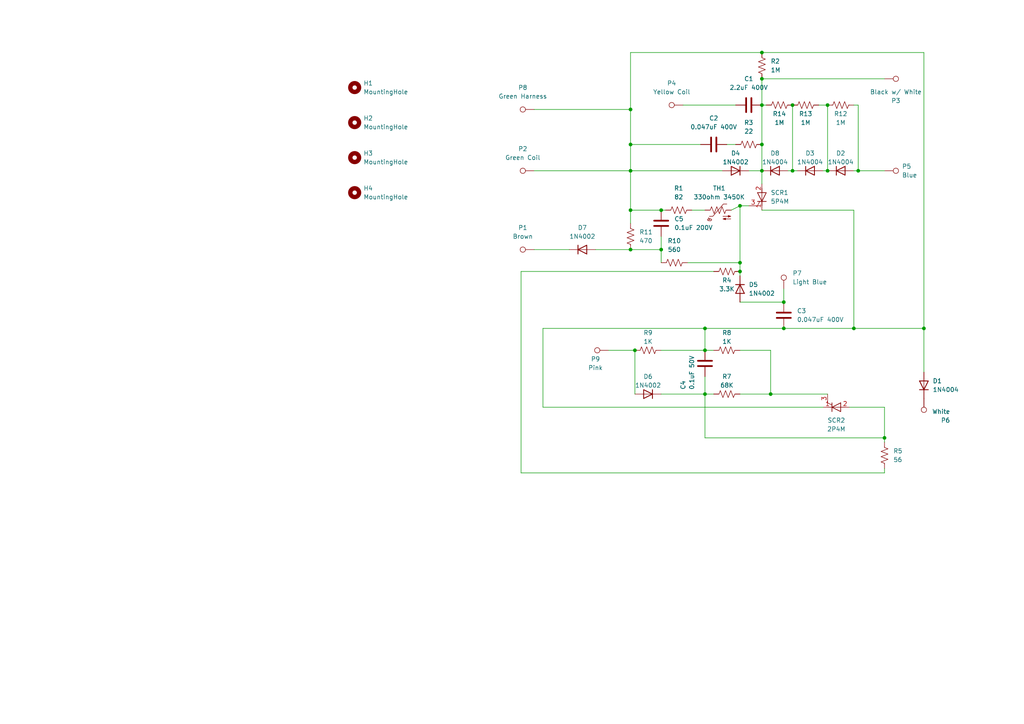
<source format=kicad_sch>
(kicad_sch (version 20211123) (generator eeschema)
  (paper "A4")
  (lib_symbols
    (symbol "Connector:TestPoint" (pin_numbers hide) (pin_names (offset 0.762) hide)
      (property "Reference" "TP" (at 0 6.858 0))
      (property "Value" "TestPoint" (at 0 5.08 0))
      (symbol "TestPoint_0_1"
        (circle (center 0 3.302) (radius 0.762))
      )
      (symbol "TestPoint_1_1"
        (pin passive line (at 0 0 90) (length 2.54) (name "1") (number "1"))
      )
    )
    (symbol "Device:C" (pin_numbers hide) (pin_names (offset 0.254))
      (property "Reference" "C" (at 0.635 2.54 0))
      (property "Value" "C" (at 0.635 -2.54 0))
      (symbol "C_0_1"
        (polyline (pts (xy -2.032 -0.762) (xy 2.032 -0.762)) (stroke (width 0.508)))
        (polyline (pts (xy -2.032 0.762) (xy 2.032 0.762)) (stroke (width 0.508)))
      )
      (symbol "C_1_1"
        (pin passive line (at 0 3.81 270) (length 2.794) (name "~") (number "1"))
        (pin passive line (at 0 -3.81 90) (length 2.794) (name "~") (number "2"))
      )
    )
    (symbol "Device:Q_SCR_KAG" (pin_names (offset 0) hide)
      (property "Reference" "D" (at 1.905 0.635 0))
      (property "Value" "Q_SCR_KAG" (at 1.905 -1.27 0))
      (symbol "Q_SCR_KAG_0_1"
        (polyline (pts (xy -1.27 -2.54) (xy -0.635 -1.27)))
        (polyline (pts (xy -1.27 -1.27) (xy 1.27 -1.27)) (stroke (width 0.2032)))
        (polyline (pts (xy 0 -2.54) (xy 0 2.54)))
        (polyline (pts (xy -1.27 1.27) (xy 1.27 1.27) (xy 0 -1.27) (xy -1.27 1.27)) (stroke (width 0.2032)))
      )
      (symbol "Q_SCR_KAG_1_1"
        (pin passive line (at 0 -3.81 90) (length 2.54) (name "K") (number "1"))
        (pin passive line (at 0 3.81 270) (length 2.54) (name "A") (number "2"))
        (pin input line (at -3.81 -2.54 0) (length 2.54) (name "G") (number "3"))
      )
    )
    (symbol "Device:R_US" (pin_numbers hide) (pin_names (offset 0))
      (property "Reference" "R" (at 2.54 0 90))
      (property "Value" "R_US" (at -2.54 0 90))
      (symbol "R_US_0_1"
        (polyline (pts (xy 0 -2.286) (xy 0 -2.54)))
        (polyline (pts (xy 0 2.286) (xy 0 2.54)))
        (polyline (pts (xy 0 -0.762) (xy 1.016 -1.143) (xy 0 -1.524) (xy -1.016 -1.905) (xy 0 -2.286)))
        (polyline (pts (xy 0 0.762) (xy 1.016 0.381) (xy 0 0) (xy -1.016 -0.381) (xy 0 -0.762)))
        (polyline (pts (xy 0 2.286) (xy 1.016 1.905) (xy 0 1.524) (xy -1.016 1.143) (xy 0 0.762)))
      )
      (symbol "R_US_1_1"
        (pin passive line (at 0 3.81 270) (length 1.27) (name "~") (number "1"))
        (pin passive line (at 0 -3.81 90) (length 1.27) (name "~") (number "2"))
      )
    )
    (symbol "Device:Thermistor_NTC_US" (pin_numbers hide) (pin_names (offset 0))
      (property "Reference" "TH" (at -4.445 0 90))
      (property "Value" "Thermistor_NTC_US" (at 3.175 0 90))
      (symbol "Thermistor_NTC_US_0_1"
        (arc (start -3.048 2.159) (mid -3.0495 2.3143) (end -3.175 2.413))
        (arc (start -3.048 2.159) (mid -2.9736 1.9794) (end -2.794 1.905))
        (arc (start -3.048 2.794) (mid -2.9736 2.6144) (end -2.794 2.54))
        (arc (start -2.794 1.905) (mid -2.6144 1.9794) (end -2.54 2.159))
        (arc (start -2.794 2.54) (mid -2.4393 2.5587) (end -2.159 2.794))
        (arc (start -2.794 3.048) (mid -2.9736 2.9736) (end -3.048 2.794))
        (arc (start -2.54 2.794) (mid -2.6144 2.9736) (end -2.794 3.048))
        (polyline (pts (xy -2.54 2.159) (xy -2.54 2.794)))
        (polyline (pts (xy 0 -2.286) (xy 0 -2.54)))
        (polyline (pts (xy 0 2.286) (xy 0 2.54)))
        (polyline (pts (xy -1.778 2.54) (xy -1.778 1.524) (xy 1.778 -1.524) (xy 1.778 -2.54)))
        (polyline (pts (xy 0 -0.762) (xy 1.016 -1.143) (xy 0 -1.524) (xy -1.016 -1.905) (xy 0 -2.286)))
        (polyline (pts (xy 0 0.762) (xy 1.016 0.381) (xy 0 0) (xy -1.016 -0.381) (xy 0 -0.762)))
        (polyline (pts (xy 0 2.286) (xy 1.016 1.905) (xy 0 1.524) (xy -1.016 1.143) (xy 0 0.762)))
        (polyline (pts (xy -2.54 -3.683) (xy -2.54 -1.397) (xy -2.794 -2.159) (xy -2.286 -2.159) (xy -2.54 -1.397) (xy -2.54 -1.651)) (fill (type outline)))
        (polyline (pts (xy -1.778 -1.397) (xy -1.778 -3.683) (xy -2.032 -2.921) (xy -1.524 -2.921) (xy -1.778 -3.683) (xy -1.778 -3.429)) (fill (type outline)))
      )
      (symbol "Thermistor_NTC_US_1_1"
        (pin passive line (at 0 3.81 270) (length 1.27) (name "~") (number "1"))
        (pin passive line (at 0 -3.81 90) (length 1.27) (name "~") (number "2"))
      )
    )
    (symbol "Diode:1N4002" (pin_numbers hide) (pin_names (offset 1.016) hide)
      (property "Reference" "D" (at 0 2.54 0))
      (property "Value" "1N4002" (at 0 -2.54 0))
      (symbol "1N4002_0_1"
        (polyline (pts (xy -1.27 1.27) (xy -1.27 -1.27)) (stroke (width 0.254)))
        (polyline (pts (xy 1.27 0) (xy -1.27 0)))
        (polyline (pts (xy 1.27 1.27) (xy 1.27 -1.27) (xy -1.27 0) (xy 1.27 1.27)) (stroke (width 0.254)))
      )
      (symbol "1N4002_1_1"
        (pin passive line (at -3.81 0 0) (length 2.54) (name "K") (number "1"))
        (pin passive line (at 3.81 0 180) (length 2.54) (name "A") (number "2"))
      )
    )
    (symbol "Diode:1N4004" (pin_numbers hide) (pin_names (offset 1.016) hide)
      (property "Reference" "D" (at 0 2.54 0))
      (property "Value" "1N4004" (at 0 -2.54 0))
      (symbol "1N4004_0_1"
        (polyline (pts (xy -1.27 1.27) (xy -1.27 -1.27)) (stroke (width 0.254)))
        (polyline (pts (xy 1.27 0) (xy -1.27 0)))
        (polyline (pts (xy 1.27 1.27) (xy 1.27 -1.27) (xy -1.27 0) (xy 1.27 1.27)) (stroke (width 0.254)))
      )
      (symbol "1N4004_1_1"
        (pin passive line (at -3.81 0 0) (length 2.54) (name "K") (number "1"))
        (pin passive line (at 3.81 0 180) (length 2.54) (name "A") (number "2"))
      )
    )
    (symbol "Mechanical:MountingHole" (pin_names (offset 1.016))
      (property "Reference" "H" (at 0 5.08 0))
      (property "Value" "MountingHole" (at 0 3.175 0))
      (symbol "MountingHole_0_1"
        (circle (center 0 0) (radius 1.27) (stroke (width 1.27)))
      )
    )
  )
  (junction (at 182.88 60.96))
  (junction (at 182.88 31.75))
  (junction (at 256.54 127))
  (junction (at 227.33 95.25))
  (junction (at 204.47 114.3))
  (junction (at 220.98 15.24))
  (junction (at 220.98 30.48))
  (junction (at 204.47 101.6))
  (junction (at 227.33 87.63))
  (junction (at 229.87 49.53))
  (junction (at 240.03 49.53))
  (junction (at 247.65 95.25))
  (junction (at 248.92 49.53))
  (junction (at 214.63 59.69))
  (junction (at 240.03 30.48))
  (junction (at 182.88 41.91))
  (junction (at 182.88 49.53))
  (junction (at 214.63 78.74))
  (junction (at 229.87 30.48))
  (junction (at 220.98 41.91))
  (junction (at 214.63 76.2))
  (junction (at 191.77 72.39))
  (junction (at 191.77 60.96))
  (junction (at 182.88 72.39))
  (junction (at 184.15 101.6))
  (junction (at 204.47 95.25))
  (junction (at 220.98 49.53))
  (junction (at 220.98 22.86))
  (junction (at 267.97 95.25))
  (junction (at 223.52 114.3))
  (wire (pts (xy 267.97 15.24) (xy 267.97 95.25)))
  (wire (pts (xy 220.98 22.86) (xy 220.98 30.48)))
  (wire (pts (xy 227.33 83.82) (xy 227.33 87.63)))
  (wire (pts (xy 204.47 109.22) (xy 204.47 114.3)))
  (wire (pts (xy 154.94 49.53) (xy 182.88 49.53)))
  (wire (pts (xy 204.47 95.25) (xy 227.33 95.25)))
  (wire (pts (xy 223.52 101.6) (xy 214.63 101.6)))
  (wire (pts (xy 184.15 101.6) (xy 184.15 114.3)))
  (wire (pts (xy 214.63 76.2) (xy 214.63 78.74)))
  (wire (pts (xy 165.1 72.39) (xy 154.94 72.39)))
  (wire (pts (xy 256.54 127) (xy 256.54 118.11)))
  (wire (pts (xy 204.47 114.3) (xy 207.01 114.3)))
  (wire (pts (xy 214.63 59.69) (xy 217.17 59.69)))
  (wire (pts (xy 229.87 49.53) (xy 228.6 49.53)))
  (wire (pts (xy 182.88 41.91) (xy 203.2 41.91)))
  (wire (pts (xy 220.98 22.86) (xy 256.54 22.86)))
  (wire (pts (xy 191.77 72.39) (xy 191.77 76.2)))
  (wire (pts (xy 191.77 68.58) (xy 191.77 72.39)))
  (wire (pts (xy 154.94 31.75) (xy 182.88 31.75)))
  (wire (pts (xy 172.72 72.39) (xy 182.88 72.39)))
  (wire (pts (xy 151.13 137.16) (xy 151.13 78.74)))
  (wire (pts (xy 157.48 118.11) (xy 238.76 118.11)))
  (wire (pts (xy 214.63 78.74) (xy 214.63 80.01)))
  (wire (pts (xy 176.53 101.6) (xy 184.15 101.6)))
  (wire (pts (xy 182.88 72.39) (xy 191.77 72.39)))
  (wire (pts (xy 210.82 41.91) (xy 213.36 41.91)))
  (wire (pts (xy 223.52 114.3) (xy 240.03 114.3)))
  (wire (pts (xy 246.38 118.11) (xy 256.54 118.11)))
  (wire (pts (xy 256.54 137.16) (xy 256.54 135.89)))
  (wire (pts (xy 267.97 95.25) (xy 267.97 107.95)))
  (wire (pts (xy 223.52 101.6) (xy 223.52 114.3)))
  (wire (pts (xy 151.13 78.74) (xy 207.01 78.74)))
  (wire (pts (xy 214.63 87.63) (xy 227.33 87.63)))
  (wire (pts (xy 157.48 118.11) (xy 157.48 95.25)))
  (wire (pts (xy 248.92 49.53) (xy 256.54 49.53)))
  (wire (pts (xy 220.98 60.96) (xy 247.65 60.96)))
  (wire (pts (xy 200.66 60.96) (xy 204.47 60.96)))
  (wire (pts (xy 204.47 114.3) (xy 204.47 127)))
  (wire (pts (xy 227.33 95.25) (xy 247.65 95.25)))
  (wire (pts (xy 157.48 95.25) (xy 204.47 95.25)))
  (wire (pts (xy 220.98 30.48) (xy 220.98 41.91)))
  (wire (pts (xy 191.77 114.3) (xy 204.47 114.3)))
  (wire (pts (xy 182.88 49.53) (xy 182.88 60.96)))
  (wire (pts (xy 267.97 15.24) (xy 220.98 15.24)))
  (wire (pts (xy 248.92 30.48) (xy 248.92 49.53)))
  (wire (pts (xy 182.88 15.24) (xy 220.98 15.24)))
  (wire (pts (xy 207.01 101.6) (xy 204.47 101.6)))
  (wire (pts (xy 191.77 101.6) (xy 204.47 101.6)))
  (wire (pts (xy 220.98 41.91) (xy 220.98 49.53)))
  (wire (pts (xy 217.17 49.53) (xy 220.98 49.53)))
  (wire (pts (xy 240.03 30.48) (xy 240.03 49.53)))
  (wire (pts (xy 231.14 49.53) (xy 229.87 49.53)))
  (wire (pts (xy 182.88 31.75) (xy 182.88 41.91)))
  (wire (pts (xy 193.04 60.96) (xy 191.77 60.96)))
  (wire (pts (xy 191.77 60.96) (xy 182.88 60.96)))
  (wire (pts (xy 256.54 127) (xy 256.54 128.27)))
  (wire (pts (xy 198.12 30.48) (xy 213.36 30.48)))
  (wire (pts (xy 214.63 59.69) (xy 214.63 76.2)))
  (wire (pts (xy 182.88 60.96) (xy 182.88 64.77)))
  (wire (pts (xy 151.13 137.16) (xy 256.54 137.16)))
  (wire (pts (xy 237.49 30.48) (xy 240.03 30.48)))
  (wire (pts (xy 248.92 49.53) (xy 247.65 49.53)))
  (wire (pts (xy 223.52 114.3) (xy 214.63 114.3)))
  (wire (pts (xy 182.88 49.53) (xy 209.55 49.53)))
  (wire (pts (xy 229.87 30.48) (xy 229.87 49.53)))
  (wire (pts (xy 238.76 49.53) (xy 240.03 49.53)))
  (wire (pts (xy 182.88 41.91) (xy 182.88 49.53)))
  (wire (pts (xy 247.65 60.96) (xy 247.65 95.25)))
  (wire (pts (xy 220.98 30.48) (xy 222.25 30.48)))
  (wire (pts (xy 220.98 53.34) (xy 220.98 49.53)))
  (wire (pts (xy 247.65 95.25) (xy 267.97 95.25)))
  (wire (pts (xy 248.92 30.48) (xy 247.65 30.48)))
  (wire (pts (xy 204.47 101.6) (xy 204.47 95.25)))
  (wire (pts (xy 182.88 15.24) (xy 182.88 31.75)))
  (wire (pts (xy 199.39 76.2) (xy 214.63 76.2)))
  (wire (pts (xy 212.09 60.96) (xy 214.63 59.69)))
  (wire (pts (xy 204.47 127) (xy 256.54 127)))
  (symbol (lib_id "Diode:1N4004") (at 267.97 111.76 90) (unit 1)
    (property "Reference" "D1" (at 270.51 110.4899 90) (effects (justify right)))
    (property "Value" "1N4004" (at 270.51 113.0299 90) (effects (justify right)))
    (property "Footprint" "Diode_THT:D_DO-41_SOD81_P10.16mm_Horizontal" (effects hide))
    (property "Datasheet" "http://www.vishay.com/docs/88503/1n4001.pdf" (effects hide))
  )
  (symbol (lib_id "Device:Q_SCR_KAG") (at 220.98 57.15 0) (unit 1)
    (property "Reference" "SCR1" (at 223.52 55.8799 0) (effects (justify left)))
    (property "Value" "5P4M" (at 223.52 58.4199 0) (effects (justify left)))
    (property "Footprint" "Package_TO_SOT_THT:TO-220-3_Vertical" (effects hide))
  )
  (symbol (lib_id "Device:Q_SCR_KAG") (at 242.57 118.11 270) (unit 1)
    (property "Reference" "SCR2" (at 242.57 121.92 90))
    (property "Value" "2P4M" (at 242.57 124.46 90))
    (property "Footprint" "Package_TO_SOT_THT:TO-220-3_Vertical" (effects hide))
  )
  (symbol (lib_id "Device:R_US") (at 233.68 30.48 90) (unit 1)
    (property "Reference" "R13" (at 233.68 33.02 90))
    (property "Value" "1M" (at 233.68 35.56 90))
    (property "Footprint" "Resistor_THT:R_Axial_DIN0207_L6.3mm_D2.5mm_P10.16mm_Horizontal" (effects hide))
  )
  (symbol (lib_id "Diode:1N4002") (at 187.96 114.3 180) (unit 1)
    (property "Reference" "D6" (at 187.96 109.22 0))
    (property "Value" "1N4002" (at 187.96 111.76 0))
    (property "Footprint" "Diode_THT:D_DO-41_SOD81_P10.16mm_Horizontal" (effects hide))
    (property "Datasheet" "http://www.vishay.com/docs/88503/1n4001.pdf" (effects hide))
  )
  (symbol (lib_id "Device:R_US") (at 220.98 19.05 180) (unit 1)
    (property "Reference" "R2" (at 223.52 17.7799 0) (effects (justify right)))
    (property "Value" "1M" (at 223.52 20.3199 0) (effects (justify right)))
    (property "Footprint" "Resistor_THT:R_Axial_DIN0207_L6.3mm_D2.5mm_P10.16mm_Horizontal" (effects hide))
  )
  (symbol (lib_id "Device:R_US") (at 210.82 101.6 90) (unit 1)
    (property "Reference" "R8" (at 210.82 96.52 90))
    (property "Value" "1K" (at 210.82 99.06 90))
    (property "Footprint" "Resistor_THT:R_Axial_DIN0207_L6.3mm_D2.5mm_P10.16mm_Horizontal" (effects hide))
  )
  (symbol (lib_id "Connector:TestPoint") (at 154.94 72.39 90) (unit 1)
    (property "Reference" "P1" (at 151.638 66.04 90))
    (property "Value" "Brown" (at 151.638 68.58 90))
    (property "Footprint" "TestPoint:TestPoint_THTPad_3.0x3.0mm_Drill1.5mm" (effects hide))
  )
  (symbol (lib_id "Device:R_US") (at 210.82 114.3 90) (unit 1)
    (property "Reference" "R7" (at 210.82 109.22 90))
    (property "Value" "68K" (at 210.82 111.76 90))
    (property "Footprint" "Resistor_THT:R_Axial_DIN0207_L6.3mm_D2.5mm_P10.16mm_Horizontal" (effects hide))
  )
  (symbol (lib_id "Device:C") (at 204.47 105.41 0) (unit 1)
    (property "Reference" "C4" (at 198.12 113.03 90) (effects (justify left)))
    (property "Value" "0.1uF 50V" (at 200.66 113.03 90) (effects (justify left)))
    (property "Footprint" "Capacitor_THT:C_Disc_D9.0mm_W2.5mm_P5.00mm" (effects hide))
  )
  (symbol (lib_id "Device:R_US") (at 187.96 101.6 90) (unit 1)
    (property "Reference" "R9" (at 187.96 96.52 90))
    (property "Value" "1K" (at 187.96 99.06 90))
    (property "Footprint" "Resistor_THT:R_Axial_DIN0207_L6.3mm_D2.5mm_P10.16mm_Horizontal" (effects hide))
  )
  (symbol (lib_id "Diode:1N4002") (at 168.91 72.39 0) (mirror x) (unit 1)
    (property "Reference" "D7" (at 168.91 66.04 0))
    (property "Value" "1N4002" (at 168.91 68.58 0))
    (property "Footprint" "Diode_THT:D_DO-41_SOD81_P10.16mm_Horizontal" (effects hide))
    (property "Datasheet" "http://www.vishay.com/docs/88503/1n4001.pdf" (effects hide))
  )
  (symbol (lib_id "Device:C") (at 217.17 30.48 90) (unit 1)
    (property "Reference" "C1" (at 217.17 22.86 90))
    (property "Value" "2.2uF 400V" (at 217.17 25.4 90))
    (property "Footprint" "Capacitor_THT:C_Axial_L3.8mm_D2.6mm_P12.50mm_Horizontal" (effects hide))
  )
  (symbol (lib_id "Device:R_US") (at 226.06 30.48 90) (unit 1)
    (property "Reference" "R14" (at 226.06 33.02 90))
    (property "Value" "1M" (at 226.06 35.56 90))
    (property "Footprint" "Resistor_THT:R_Axial_DIN0207_L6.3mm_D2.5mm_P10.16mm_Horizontal" (effects hide))
  )
  (symbol (lib_id "Diode:1N4004") (at 234.95 49.53 0) (unit 1)
    (property "Reference" "D3" (at 234.95 44.45 0))
    (property "Value" "1N4004" (at 234.95 46.99 0))
    (property "Footprint" "Diode_THT:D_DO-41_SOD81_P10.16mm_Horizontal" (effects hide))
    (property "Datasheet" "http://www.vishay.com/docs/88503/1n4001.pdf" (effects hide))
  )
  (symbol (lib_id "Mechanical:MountingHole") (at 102.87 25.4 0) (unit 1)
    (property "Reference" "H1" (at 105.41 24.1299 0) (effects (justify left)))
    (property "Value" "MountingHole" (at 105.41 26.6699 0) (effects (justify left)))
    (property "Footprint" "MountingHole:MountingHole_2.2mm_M2" (effects hide))
  )
  (symbol (lib_id "Connector:TestPoint") (at 154.94 31.75 90) (unit 1)
    (property "Reference" "P8" (at 151.638 25.4 90))
    (property "Value" "Green Harness" (at 151.638 27.94 90))
    (property "Footprint" "TestPoint:TestPoint_THTPad_3.0x3.0mm_Drill1.5mm" (effects hide))
  )
  (symbol (lib_id "Connector:TestPoint") (at 256.54 22.86 270) (unit 1)
    (property "Reference" "P3" (at 259.842 29.21 90))
    (property "Value" "Black w/ White" (at 259.842 26.67 90))
    (property "Footprint" "TestPoint:TestPoint_THTPad_3.0x3.0mm_Drill1.5mm" (effects hide))
  )
  (symbol (lib_id "Diode:1N4002") (at 213.36 49.53 180) (unit 1)
    (property "Reference" "D4" (at 213.36 44.45 0))
    (property "Value" "1N4002" (at 213.36 46.99 0))
    (property "Footprint" "Diode_THT:D_DO-41_SOD81_P10.16mm_Horizontal" (effects hide))
    (property "Datasheet" "http://www.vishay.com/docs/88503/1n4001.pdf" (effects hide))
  )
  (symbol (lib_id "Connector:TestPoint") (at 227.33 83.82 0) (unit 1)
    (property "Reference" "P7" (at 229.87 79.2479 0) (effects (justify left)))
    (property "Value" "Light Blue" (at 229.87 81.7879 0) (effects (justify left)))
    (property "Footprint" "TestPoint:TestPoint_THTPad_3.0x3.0mm_Drill1.5mm" (effects hide))
  )
  (symbol (lib_id "Device:R_US") (at 195.58 76.2 90) (unit 1)
    (property "Reference" "R10" (at 195.58 69.85 90))
    (property "Value" "560" (at 195.58 72.39 90))
    (property "Footprint" "Resistor_THT:R_Axial_DIN0207_L6.3mm_D2.5mm_P10.16mm_Horizontal" (effects hide))
  )
  (symbol (lib_id "Device:C") (at 207.01 41.91 90) (unit 1)
    (property "Reference" "C2" (at 207.01 34.29 90))
    (property "Value" "0.047uF 400V" (at 207.01 36.83 90))
    (property "Footprint" "Capacitor_THT:C_Axial_L3.8mm_D2.6mm_P12.50mm_Horizontal" (effects hide))
  )
  (symbol (lib_id "Diode:1N4004") (at 224.79 49.53 0) (unit 1)
    (property "Reference" "D8" (at 224.79 44.45 0))
    (property "Value" "1N4004" (at 224.79 46.99 0))
    (property "Footprint" "Diode_THT:D_DO-41_SOD81_P10.16mm_Horizontal" (effects hide))
    (property "Datasheet" "http://www.vishay.com/docs/88503/1n4001.pdf" (effects hide))
  )
  (symbol (lib_id "Mechanical:MountingHole") (at 102.87 55.88 0) (unit 1)
    (property "Reference" "H4" (at 105.41 54.6099 0) (effects (justify left)))
    (property "Value" "MountingHole" (at 105.41 57.1499 0) (effects (justify left)))
    (property "Footprint" "MountingHole:MountingHole_2.2mm_M2" (effects hide))
  )
  (symbol (lib_id "Device:R_US") (at 256.54 132.08 180) (unit 1)
    (property "Reference" "R5" (at 259.08 130.8099 0) (effects (justify right)))
    (property "Value" "56" (at 259.08 133.3499 0) (effects (justify right)))
    (property "Footprint" "Resistor_THT:R_Axial_DIN0207_L6.3mm_D2.5mm_P10.16mm_Horizontal" (effects hide))
  )
  (symbol (lib_id "Mechanical:MountingHole") (at 102.87 35.56 0) (unit 1)
    (property "Reference" "H2" (at 105.41 34.2899 0) (effects (justify left)))
    (property "Value" "MountingHole" (at 105.41 36.8299 0) (effects (justify left)))
    (property "Footprint" "MountingHole:MountingHole_2.2mm_M2" (effects hide))
  )
  (symbol (lib_id "Device:Thermistor_NTC_US") (at 208.28 60.96 90) (unit 1)
    (property "Reference" "TH1" (at 208.5975 54.61 90))
    (property "Value" "330ohm 3450K" (at 208.5975 57.15 90))
    (property "Footprint" "Capacitor_THT:C_Disc_D6.0mm_W4.4mm_P5.00mm" (effects hide))
  )
  (symbol (lib_id "Connector:TestPoint") (at 154.94 49.53 90) (unit 1)
    (property "Reference" "P2" (at 151.638 43.18 90))
    (property "Value" "Green Coil" (at 151.638 45.72 90))
    (property "Footprint" "TestPoint:TestPoint_THTPad_3.0x3.0mm_Drill1.5mm" (effects hide))
  )
  (symbol (lib_id "Device:C") (at 191.77 64.77 180) (unit 1)
    (property "Reference" "C5" (at 195.58 63.4999 0) (effects (justify right)))
    (property "Value" "0.1uF 200V" (at 195.58 66.0399 0) (effects (justify right)))
    (property "Footprint" "Capacitor_THT:C_Axial_L3.8mm_D2.6mm_P12.50mm_Horizontal" (effects hide))
  )
  (symbol (lib_id "Connector:TestPoint") (at 176.53 101.6 90) (unit 1)
    (property "Reference" "P9" (at 172.72 104.14 90))
    (property "Value" "Pink" (at 172.72 106.68 90))
    (property "Footprint" "TestPoint:TestPoint_THTPad_3.0x3.0mm_Drill1.5mm" (effects hide))
  )
  (symbol (lib_id "Device:R_US") (at 210.82 78.74 90) (unit 1)
    (property "Reference" "R4" (at 210.82 81.28 90))
    (property "Value" "3.3K" (at 210.82 83.82 90))
    (property "Footprint" "Resistor_THT:R_Axial_DIN0207_L6.3mm_D2.5mm_P10.16mm_Horizontal" (effects hide))
  )
  (symbol (lib_id "Device:R_US") (at 196.85 60.96 90) (unit 1)
    (property "Reference" "R1" (at 196.85 54.61 90))
    (property "Value" "82" (at 196.85 57.15 90))
    (property "Footprint" "Resistor_THT:R_Axial_DIN0207_L6.3mm_D2.5mm_P10.16mm_Horizontal" (effects hide))
  )
  (symbol (lib_id "Device:R_US") (at 182.88 68.58 0) (unit 1)
    (property "Reference" "R11" (at 185.42 67.3099 0) (effects (justify left)))
    (property "Value" "470" (at 185.42 69.8499 0) (effects (justify left)))
    (property "Footprint" "Resistor_THT:R_Axial_DIN0207_L6.3mm_D2.5mm_P10.16mm_Horizontal" (effects hide))
  )
  (symbol (lib_id "Connector:TestPoint") (at 198.12 30.48 90) (unit 1)
    (property "Reference" "P4" (at 194.818 24.13 90))
    (property "Value" "Yellow Coil" (at 194.818 26.67 90))
    (property "Footprint" "TestPoint:TestPoint_THTPad_3.0x3.0mm_Drill1.5mm" (effects hide))
  )
  (symbol (lib_id "Device:C") (at 227.33 91.44 0) (unit 1)
    (property "Reference" "C3" (at 231.14 90.1699 0) (effects (justify left)))
    (property "Value" "0.047uF 400V" (at 231.14 92.7099 0) (effects (justify left)))
    (property "Footprint" "Capacitor_THT:C_Disc_D9.0mm_W2.5mm_P5.00mm" (effects hide))
  )
  (symbol (lib_id "Diode:1N4002") (at 214.63 83.82 270) (unit 1)
    (property "Reference" "D5" (at 217.17 82.5499 90) (effects (justify left)))
    (property "Value" "1N4002" (at 217.17 85.0899 90) (effects (justify left)))
    (property "Footprint" "Diode_THT:D_DO-41_SOD81_P10.16mm_Horizontal" (effects hide))
    (property "Datasheet" "http://www.vishay.com/docs/88503/1n4001.pdf" (effects hide))
  )
  (symbol (lib_id "Mechanical:MountingHole") (at 102.87 45.72 0) (unit 1)
    (property "Reference" "H3" (at 105.41 44.4499 0) (effects (justify left)))
    (property "Value" "MountingHole" (at 105.41 46.9899 0) (effects (justify left)))
    (property "Footprint" "MountingHole:MountingHole_2.2mm_M2" (effects hide))
  )
  (symbol (lib_id "Connector:TestPoint") (at 267.97 115.57 180) (unit 1)
    (property "Reference" "P6" (at 275.59 121.92 0) (effects (justify left)))
    (property "Value" "White" (at 275.59 119.38 0) (effects (justify left)))
    (property "Footprint" "TestPoint:TestPoint_THTPad_3.0x3.0mm_Drill1.5mm" (effects hide))
  )
  (symbol (lib_id "Diode:1N4004") (at 243.84 49.53 0) (unit 1)
    (property "Reference" "D2" (at 243.84 44.45 0))
    (property "Value" "1N4004" (at 243.84 46.99 0))
    (property "Footprint" "Diode_THT:D_DO-41_SOD81_P10.16mm_Horizontal" (effects hide))
    (property "Datasheet" "http://www.vishay.com/docs/88503/1n4001.pdf" (effects hide))
  )
  (symbol (lib_id "Device:R_US") (at 243.84 30.48 270) (unit 1)
    (property "Reference" "R12" (at 243.84 33.02 90))
    (property "Value" "1M" (at 243.84 35.56 90))
    (property "Footprint" "Resistor_THT:R_Axial_DIN0207_L6.3mm_D2.5mm_P10.16mm_Horizontal" (effects hide))
  )
  (symbol (lib_id "Device:R_US") (at 217.17 41.91 90) (unit 1)
    (property "Reference" "R3" (at 217.17 35.56 90))
    (property "Value" "22" (at 217.17 38.1 90))
    (property "Footprint" "Resistor_THT:R_Axial_DIN0207_L6.3mm_D2.5mm_P10.16mm_Horizontal" (effects hide))
  )
  (symbol (lib_id "Connector:TestPoint") (at 256.54 49.53 270) (unit 1)
    (property "Reference" "P5" (at 261.62 48.2599 90) (effects (justify left)))
    (property "Value" "Blue" (at 261.62 50.7999 90) (effects (justify left)))
    (property "Footprint" "TestPoint:TestPoint_THTPad_3.0x3.0mm_Drill1.5mm" (effects hide))
  )
)
</source>
